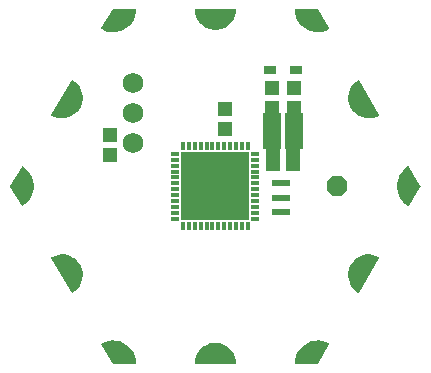
<source format=gbr>
G04 EAGLE Gerber RS-274X export*
G75*
%MOMM*%
%FSLAX34Y34*%
%LPD*%
%INSoldermask Bottom*%
%IPPOS*%
%AMOC8*
5,1,8,0,0,1.08239X$1,22.5*%
G01*
%ADD10R,1.503200X1.703200*%
%ADD11R,1.303200X1.203200*%
%ADD12P,1.869504X8X22.500000*%
%ADD13C,1.727200*%
%ADD14C,1.203200*%
%ADD15R,0.753200X0.457200*%
%ADD16R,0.457200X0.753200*%
%ADD17R,5.803200X5.803200*%
%ADD18R,1.603197X0.603200*%
%ADD19R,1.003200X0.703200*%

G36*
X839354Y395607D02*
X839354Y395607D01*
X839383Y395604D01*
X839450Y395626D01*
X839520Y395640D01*
X839544Y395657D01*
X839572Y395666D01*
X839625Y395713D01*
X839684Y395753D01*
X839700Y395777D01*
X839722Y395797D01*
X839753Y395861D01*
X839791Y395920D01*
X839796Y395949D01*
X839808Y395975D01*
X839817Y396075D01*
X839824Y396117D01*
X839821Y396127D01*
X839823Y396141D01*
X839591Y398939D01*
X839581Y398973D01*
X839577Y399021D01*
X838888Y401742D01*
X838873Y401774D01*
X838861Y401820D01*
X837733Y404392D01*
X837713Y404420D01*
X837694Y404464D01*
X836158Y406815D01*
X836134Y406839D01*
X836108Y406880D01*
X834206Y408945D01*
X834178Y408966D01*
X834145Y409001D01*
X831930Y410726D01*
X831899Y410741D01*
X831861Y410771D01*
X829391Y412107D01*
X829358Y412117D01*
X829316Y412140D01*
X828130Y412548D01*
X826676Y413047D01*
X826660Y413052D01*
X826626Y413057D01*
X826580Y413072D01*
X823811Y413534D01*
X823776Y413533D01*
X823729Y413541D01*
X820921Y413541D01*
X820887Y413534D01*
X820839Y413534D01*
X818070Y413072D01*
X818037Y413060D01*
X817990Y413052D01*
X815334Y412140D01*
X815304Y412123D01*
X815259Y412107D01*
X812789Y410771D01*
X812763Y410749D01*
X812720Y410726D01*
X810505Y409001D01*
X810482Y408975D01*
X810444Y408945D01*
X808542Y406880D01*
X808524Y406850D01*
X808492Y406815D01*
X806956Y404464D01*
X806943Y404432D01*
X806917Y404392D01*
X805789Y401820D01*
X805782Y401787D01*
X805779Y401780D01*
X805773Y401771D01*
X805772Y401765D01*
X805762Y401742D01*
X805073Y399021D01*
X805071Y398986D01*
X805059Y398939D01*
X804827Y396141D01*
X804831Y396112D01*
X804826Y396083D01*
X804843Y396014D01*
X804851Y395944D01*
X804865Y395918D01*
X804872Y395890D01*
X804914Y395833D01*
X804949Y395771D01*
X804973Y395753D01*
X804990Y395730D01*
X805051Y395694D01*
X805108Y395651D01*
X805136Y395643D01*
X805161Y395628D01*
X805259Y395612D01*
X805300Y395601D01*
X805311Y395603D01*
X805325Y395601D01*
X839325Y395601D01*
X839354Y395607D01*
G37*
G36*
X823763Y678666D02*
X823763Y678666D01*
X823811Y678666D01*
X826580Y679128D01*
X826613Y679140D01*
X826660Y679148D01*
X829316Y680060D01*
X829346Y680077D01*
X829391Y680093D01*
X831861Y681429D01*
X831887Y681451D01*
X831930Y681474D01*
X834145Y683199D01*
X834168Y683225D01*
X834206Y683255D01*
X836108Y685320D01*
X836126Y685350D01*
X836158Y685385D01*
X837694Y687736D01*
X837707Y687768D01*
X837733Y687808D01*
X838861Y690380D01*
X838868Y690413D01*
X838888Y690458D01*
X839577Y693179D01*
X839579Y693214D01*
X839591Y693261D01*
X839823Y696059D01*
X839819Y696088D01*
X839824Y696117D01*
X839808Y696186D01*
X839799Y696256D01*
X839785Y696282D01*
X839778Y696310D01*
X839736Y696367D01*
X839701Y696429D01*
X839677Y696447D01*
X839660Y696470D01*
X839599Y696506D01*
X839542Y696549D01*
X839514Y696557D01*
X839489Y696572D01*
X839391Y696588D01*
X839350Y696599D01*
X839339Y696597D01*
X839325Y696599D01*
X805325Y696599D01*
X805296Y696593D01*
X805267Y696596D01*
X805200Y696574D01*
X805130Y696560D01*
X805106Y696543D01*
X805078Y696534D01*
X805025Y696487D01*
X804966Y696447D01*
X804951Y696423D01*
X804929Y696403D01*
X804897Y696339D01*
X804859Y696280D01*
X804854Y696251D01*
X804842Y696225D01*
X804833Y696125D01*
X804826Y696083D01*
X804829Y696073D01*
X804827Y696059D01*
X805059Y693261D01*
X805069Y693227D01*
X805073Y693179D01*
X805762Y690458D01*
X805777Y690426D01*
X805789Y690380D01*
X806917Y687808D01*
X806937Y687780D01*
X806956Y687736D01*
X808492Y685385D01*
X808516Y685361D01*
X808542Y685320D01*
X810444Y683255D01*
X810472Y683234D01*
X810505Y683199D01*
X812720Y681474D01*
X812751Y681459D01*
X812789Y681429D01*
X815259Y680093D01*
X815292Y680083D01*
X815334Y680060D01*
X817990Y679148D01*
X818024Y679144D01*
X818070Y679128D01*
X820839Y678666D01*
X820874Y678667D01*
X820921Y678659D01*
X823729Y678659D01*
X823763Y678666D01*
G37*
G36*
X700932Y455910D02*
X700932Y455910D01*
X701003Y455907D01*
X701030Y455917D01*
X701059Y455919D01*
X701149Y455961D01*
X701189Y455976D01*
X701197Y455984D01*
X701210Y455990D01*
X703513Y457589D01*
X703537Y457615D01*
X703577Y457642D01*
X705586Y459599D01*
X705605Y459628D01*
X705640Y459661D01*
X707299Y461922D01*
X707314Y461953D01*
X707343Y461992D01*
X708607Y464495D01*
X708616Y464529D01*
X708638Y464572D01*
X709474Y467249D01*
X709477Y467283D01*
X709492Y467329D01*
X709875Y470108D01*
X709873Y470142D01*
X709879Y470190D01*
X709800Y472993D01*
X709792Y473027D01*
X709791Y473075D01*
X709252Y475827D01*
X709238Y475859D01*
X709229Y475907D01*
X708244Y478532D01*
X708229Y478557D01*
X708224Y478577D01*
X708216Y478588D01*
X708209Y478607D01*
X706805Y481035D01*
X706782Y481061D01*
X706758Y481103D01*
X704974Y483266D01*
X704947Y483288D01*
X704916Y483325D01*
X702800Y485166D01*
X702770Y485183D01*
X702734Y485215D01*
X700343Y486682D01*
X700311Y486693D01*
X700270Y486719D01*
X697671Y487772D01*
X697637Y487779D01*
X697592Y487797D01*
X694855Y488408D01*
X694820Y488409D01*
X694773Y488420D01*
X691973Y488572D01*
X691939Y488567D01*
X691891Y488570D01*
X689103Y488260D01*
X689070Y488249D01*
X689022Y488244D01*
X686324Y487479D01*
X686294Y487463D01*
X686247Y487450D01*
X683712Y486251D01*
X683688Y486234D01*
X683661Y486224D01*
X683609Y486175D01*
X683552Y486132D01*
X683538Y486107D01*
X683517Y486087D01*
X683488Y486022D01*
X683452Y485961D01*
X683449Y485932D01*
X683437Y485905D01*
X683436Y485834D01*
X683427Y485763D01*
X683435Y485735D01*
X683435Y485706D01*
X683469Y485613D01*
X683481Y485572D01*
X683488Y485563D01*
X683493Y485550D01*
X700493Y456150D01*
X700512Y456128D01*
X700525Y456102D01*
X700578Y456054D01*
X700625Y456001D01*
X700651Y455989D01*
X700673Y455969D01*
X700740Y455946D01*
X700804Y455916D01*
X700833Y455914D01*
X700861Y455905D01*
X700932Y455910D01*
G37*
G36*
X952711Y603633D02*
X952711Y603633D01*
X952759Y603630D01*
X955547Y603940D01*
X955580Y603951D01*
X955628Y603956D01*
X958326Y604721D01*
X958356Y604737D01*
X958403Y604750D01*
X960938Y605949D01*
X960962Y605966D01*
X960989Y605976D01*
X961041Y606025D01*
X961098Y606068D01*
X961112Y606093D01*
X961134Y606113D01*
X961162Y606178D01*
X961198Y606240D01*
X961201Y606268D01*
X961213Y606295D01*
X961214Y606366D01*
X961223Y606437D01*
X961215Y606465D01*
X961215Y606494D01*
X961181Y606587D01*
X961169Y606628D01*
X961162Y606637D01*
X961157Y606650D01*
X944157Y636050D01*
X944138Y636072D01*
X944125Y636098D01*
X944072Y636146D01*
X944025Y636199D01*
X943999Y636211D01*
X943977Y636231D01*
X943910Y636254D01*
X943846Y636284D01*
X943817Y636286D01*
X943789Y636295D01*
X943718Y636290D01*
X943647Y636293D01*
X943620Y636283D01*
X943591Y636281D01*
X943501Y636239D01*
X943461Y636224D01*
X943453Y636216D01*
X943440Y636210D01*
X941137Y634611D01*
X941113Y634586D01*
X941073Y634558D01*
X939064Y632601D01*
X939045Y632572D01*
X939010Y632539D01*
X937351Y630278D01*
X937336Y630247D01*
X937307Y630208D01*
X936043Y627705D01*
X936034Y627671D01*
X936012Y627628D01*
X935176Y624951D01*
X935173Y624917D01*
X935158Y624871D01*
X934775Y622092D01*
X934777Y622058D01*
X934771Y622010D01*
X934850Y619207D01*
X934858Y619173D01*
X934859Y619125D01*
X935398Y616373D01*
X935412Y616341D01*
X935421Y616293D01*
X936406Y613668D01*
X936424Y613638D01*
X936441Y613593D01*
X937845Y611165D01*
X937868Y611139D01*
X937892Y611098D01*
X939676Y608934D01*
X939703Y608912D01*
X939734Y608875D01*
X941850Y607034D01*
X941880Y607017D01*
X941916Y606986D01*
X944307Y605518D01*
X944339Y605507D01*
X944380Y605481D01*
X946979Y604428D01*
X947013Y604421D01*
X947058Y604403D01*
X949795Y603792D01*
X949830Y603791D01*
X949877Y603780D01*
X952677Y603628D01*
X952711Y603633D01*
G37*
G36*
X943751Y455911D02*
X943751Y455911D01*
X943822Y455910D01*
X943849Y455921D01*
X943878Y455925D01*
X943940Y455959D01*
X944005Y455987D01*
X944026Y456008D01*
X944051Y456022D01*
X944114Y456098D01*
X944144Y456129D01*
X944148Y456139D01*
X944157Y456150D01*
X961157Y485550D01*
X961166Y485578D01*
X961183Y485602D01*
X961198Y485671D01*
X961220Y485739D01*
X961218Y485768D01*
X961224Y485796D01*
X961211Y485866D01*
X961205Y485937D01*
X961192Y485963D01*
X961186Y485991D01*
X961146Y486050D01*
X961114Y486113D01*
X961091Y486132D01*
X961075Y486156D01*
X960993Y486213D01*
X960960Y486240D01*
X960950Y486243D01*
X960938Y486251D01*
X958403Y487450D01*
X958369Y487458D01*
X958326Y487479D01*
X955628Y488244D01*
X955593Y488246D01*
X955547Y488260D01*
X952759Y488570D01*
X952725Y488567D01*
X952677Y488572D01*
X949877Y488420D01*
X949843Y488411D01*
X949795Y488408D01*
X947058Y487797D01*
X947026Y487783D01*
X946979Y487772D01*
X944380Y486719D01*
X944351Y486700D01*
X944307Y486682D01*
X941916Y485215D01*
X941891Y485191D01*
X941850Y485166D01*
X939734Y483325D01*
X939713Y483298D01*
X939676Y483266D01*
X937892Y481103D01*
X937876Y481072D01*
X937845Y481035D01*
X936441Y478607D01*
X936430Y478574D01*
X936423Y478561D01*
X936413Y478547D01*
X936413Y478544D01*
X936406Y478532D01*
X935421Y475907D01*
X935415Y475872D01*
X935398Y475827D01*
X934859Y473075D01*
X934859Y473041D01*
X934850Y472993D01*
X934771Y470190D01*
X934777Y470156D01*
X934775Y470108D01*
X935158Y467329D01*
X935170Y467297D01*
X935176Y467249D01*
X936012Y464572D01*
X936029Y464541D01*
X936043Y464495D01*
X937307Y461992D01*
X937329Y461965D01*
X937351Y461922D01*
X939010Y459661D01*
X939036Y459638D01*
X939064Y459599D01*
X941073Y457642D01*
X941102Y457623D01*
X941137Y457589D01*
X943440Y455990D01*
X943467Y455978D01*
X943490Y455960D01*
X943558Y455939D01*
X943623Y455911D01*
X943652Y455911D01*
X943680Y455903D01*
X943751Y455911D01*
G37*
G36*
X694773Y603780D02*
X694773Y603780D01*
X694807Y603789D01*
X694855Y603792D01*
X697592Y604403D01*
X697624Y604417D01*
X697671Y604428D01*
X700270Y605481D01*
X700299Y605500D01*
X700343Y605518D01*
X702734Y606986D01*
X702759Y607009D01*
X702800Y607034D01*
X704916Y608875D01*
X704937Y608902D01*
X704974Y608934D01*
X706758Y611098D01*
X706774Y611128D01*
X706805Y611165D01*
X708209Y613593D01*
X708220Y613626D01*
X708244Y613668D01*
X709229Y616293D01*
X709235Y616328D01*
X709252Y616373D01*
X709791Y619125D01*
X709791Y619160D01*
X709800Y619207D01*
X709879Y622010D01*
X709874Y622044D01*
X709875Y622092D01*
X709492Y624871D01*
X709480Y624903D01*
X709474Y624951D01*
X708638Y627628D01*
X708621Y627659D01*
X708607Y627705D01*
X707343Y630208D01*
X707321Y630235D01*
X707299Y630278D01*
X705640Y632539D01*
X705614Y632562D01*
X705586Y632601D01*
X703577Y634558D01*
X703548Y634577D01*
X703513Y634611D01*
X701210Y636210D01*
X701183Y636222D01*
X701160Y636240D01*
X701092Y636261D01*
X701027Y636289D01*
X700998Y636289D01*
X700970Y636297D01*
X700899Y636289D01*
X700828Y636290D01*
X700801Y636279D01*
X700772Y636275D01*
X700710Y636241D01*
X700645Y636213D01*
X700624Y636192D01*
X700599Y636178D01*
X700536Y636102D01*
X700506Y636071D01*
X700502Y636061D01*
X700493Y636050D01*
X683493Y606650D01*
X683484Y606622D01*
X683467Y606598D01*
X683452Y606529D01*
X683430Y606461D01*
X683432Y606432D01*
X683426Y606404D01*
X683439Y606334D01*
X683445Y606263D01*
X683458Y606237D01*
X683464Y606209D01*
X683504Y606150D01*
X683536Y606087D01*
X683559Y606068D01*
X683575Y606044D01*
X683657Y605987D01*
X683690Y605960D01*
X683700Y605957D01*
X683712Y605949D01*
X686247Y604750D01*
X686281Y604742D01*
X686324Y604721D01*
X689022Y603956D01*
X689057Y603954D01*
X689103Y603940D01*
X691891Y603630D01*
X691925Y603633D01*
X691973Y603628D01*
X694773Y603780D01*
G37*
G36*
X986052Y529111D02*
X986052Y529111D01*
X986123Y529111D01*
X986150Y529122D01*
X986179Y529125D01*
X986241Y529160D01*
X986306Y529188D01*
X986327Y529208D01*
X986352Y529223D01*
X986415Y529300D01*
X986445Y529330D01*
X986449Y529340D01*
X986458Y529351D01*
X995958Y545851D01*
X995968Y545883D01*
X995977Y545896D01*
X995981Y545920D01*
X995982Y545924D01*
X996013Y545994D01*
X996013Y546018D01*
X996021Y546040D01*
X996015Y546116D01*
X996016Y546193D01*
X996006Y546217D01*
X996005Y546238D01*
X995984Y546277D01*
X995958Y546349D01*
X986458Y562849D01*
X986439Y562871D01*
X986426Y562897D01*
X986373Y562945D01*
X986326Y562998D01*
X986300Y563011D01*
X986279Y563030D01*
X986211Y563053D01*
X986147Y563084D01*
X986118Y563086D01*
X986091Y563095D01*
X986019Y563090D01*
X985948Y563093D01*
X985921Y563083D01*
X985892Y563081D01*
X985802Y563039D01*
X985762Y563024D01*
X985754Y563017D01*
X985741Y563011D01*
X983218Y561269D01*
X983194Y561245D01*
X983156Y561218D01*
X980944Y559094D01*
X980925Y559066D01*
X980891Y559034D01*
X979049Y556583D01*
X979035Y556552D01*
X979006Y556515D01*
X977581Y553800D01*
X977572Y553769D01*
X977556Y553744D01*
X977555Y553736D01*
X977550Y553726D01*
X976579Y550818D01*
X976575Y550784D01*
X976560Y550740D01*
X976068Y547713D01*
X976069Y547679D01*
X976061Y547633D01*
X976061Y544567D01*
X976062Y544563D01*
X976062Y544561D01*
X976068Y544534D01*
X976068Y544487D01*
X976560Y541460D01*
X976572Y541429D01*
X976579Y541382D01*
X977550Y538474D01*
X977567Y538445D01*
X977581Y538400D01*
X979006Y535685D01*
X979028Y535659D01*
X979049Y535617D01*
X980891Y533166D01*
X980916Y533143D01*
X980944Y533106D01*
X983156Y530982D01*
X983184Y530964D01*
X983218Y530931D01*
X985741Y529189D01*
X985768Y529178D01*
X985790Y529159D01*
X985859Y529139D01*
X985924Y529111D01*
X985953Y529111D01*
X985981Y529103D01*
X986052Y529111D01*
G37*
G36*
X658631Y529110D02*
X658631Y529110D01*
X658702Y529107D01*
X658729Y529117D01*
X658758Y529119D01*
X658848Y529161D01*
X658888Y529176D01*
X658896Y529183D01*
X658909Y529189D01*
X661432Y530931D01*
X661456Y530955D01*
X661494Y530982D01*
X663706Y533106D01*
X663725Y533134D01*
X663759Y533166D01*
X665601Y535617D01*
X665615Y535648D01*
X665644Y535685D01*
X667069Y538400D01*
X667078Y538433D01*
X667100Y538474D01*
X668071Y541382D01*
X668075Y541416D01*
X668090Y541460D01*
X668582Y544487D01*
X668581Y544521D01*
X668589Y544567D01*
X668589Y547633D01*
X668582Y547666D01*
X668582Y547713D01*
X668090Y550740D01*
X668078Y550771D01*
X668071Y550818D01*
X667100Y553726D01*
X667087Y553749D01*
X667081Y553774D01*
X667074Y553783D01*
X667069Y553800D01*
X665644Y556515D01*
X665622Y556541D01*
X665601Y556583D01*
X663759Y559034D01*
X663734Y559057D01*
X663706Y559094D01*
X661494Y561218D01*
X661466Y561236D01*
X661432Y561269D01*
X658909Y563011D01*
X658882Y563022D01*
X658860Y563041D01*
X658791Y563061D01*
X658726Y563089D01*
X658697Y563089D01*
X658669Y563097D01*
X658598Y563089D01*
X658527Y563090D01*
X658500Y563078D01*
X658471Y563075D01*
X658409Y563040D01*
X658344Y563012D01*
X658323Y562992D01*
X658298Y562977D01*
X658235Y562900D01*
X658205Y562870D01*
X658201Y562860D01*
X658192Y562849D01*
X648692Y546349D01*
X648668Y546276D01*
X648637Y546206D01*
X648637Y546182D01*
X648629Y546160D01*
X648636Y546084D01*
X648635Y546007D01*
X648644Y545983D01*
X648645Y545962D01*
X648666Y545923D01*
X648685Y545871D01*
X648686Y545865D01*
X648688Y545863D01*
X648692Y545851D01*
X658192Y529351D01*
X658211Y529329D01*
X658224Y529303D01*
X658277Y529255D01*
X658324Y529202D01*
X658350Y529189D01*
X658372Y529170D01*
X658439Y529147D01*
X658503Y529116D01*
X658532Y529115D01*
X658559Y529105D01*
X658631Y529110D01*
G37*
G36*
X909001Y395616D02*
X909001Y395616D01*
X909079Y395625D01*
X909098Y395636D01*
X909120Y395640D01*
X909184Y395684D01*
X909252Y395723D01*
X909268Y395742D01*
X909284Y395753D01*
X909308Y395791D01*
X909358Y395851D01*
X918858Y412351D01*
X918867Y412378D01*
X918883Y412402D01*
X918898Y412472D01*
X918921Y412540D01*
X918918Y412568D01*
X918924Y412596D01*
X918911Y412667D01*
X918905Y412738D01*
X918892Y412763D01*
X918886Y412791D01*
X918846Y412851D01*
X918813Y412914D01*
X918791Y412932D01*
X918775Y412956D01*
X918692Y413014D01*
X918660Y413041D01*
X918649Y413044D01*
X918639Y413051D01*
X915873Y414360D01*
X915840Y414368D01*
X915797Y414388D01*
X912857Y415236D01*
X912823Y415239D01*
X912779Y415252D01*
X909741Y415617D01*
X909707Y415614D01*
X909660Y415620D01*
X906603Y415493D01*
X906570Y415485D01*
X906523Y415484D01*
X903526Y414868D01*
X903495Y414855D01*
X903449Y414846D01*
X900589Y413757D01*
X900561Y413739D01*
X900517Y413723D01*
X897869Y412189D01*
X897843Y412167D01*
X897803Y412144D01*
X895435Y410206D01*
X895413Y410179D01*
X895377Y410150D01*
X893350Y407857D01*
X893334Y407828D01*
X893302Y407793D01*
X891670Y405205D01*
X891658Y405173D01*
X891633Y405134D01*
X890437Y402317D01*
X890430Y402284D01*
X890427Y402277D01*
X890423Y402271D01*
X890422Y402265D01*
X890411Y402241D01*
X889683Y399269D01*
X889681Y399235D01*
X889670Y399190D01*
X889427Y396140D01*
X889431Y396111D01*
X889426Y396083D01*
X889443Y396014D01*
X889451Y395942D01*
X889466Y395918D01*
X889472Y395890D01*
X889515Y395832D01*
X889551Y395770D01*
X889573Y395753D01*
X889590Y395730D01*
X889652Y395693D01*
X889709Y395650D01*
X889737Y395643D01*
X889761Y395628D01*
X889861Y395612D01*
X889902Y395601D01*
X889912Y395603D01*
X889925Y395601D01*
X908925Y395601D01*
X909001Y395616D01*
G37*
G36*
X909694Y676585D02*
X909694Y676585D01*
X909741Y676583D01*
X912779Y676948D01*
X912811Y676959D01*
X912857Y676964D01*
X915797Y677812D01*
X915827Y677828D01*
X915873Y677840D01*
X918639Y679149D01*
X918661Y679166D01*
X918688Y679176D01*
X918740Y679225D01*
X918798Y679268D01*
X918812Y679293D01*
X918833Y679312D01*
X918862Y679378D01*
X918898Y679440D01*
X918901Y679468D01*
X918913Y679494D01*
X918914Y679566D01*
X918923Y679637D01*
X918915Y679664D01*
X918916Y679693D01*
X918880Y679788D01*
X918869Y679828D01*
X918862Y679837D01*
X918858Y679849D01*
X909358Y696349D01*
X909306Y696408D01*
X909260Y696470D01*
X909241Y696481D01*
X909226Y696498D01*
X909156Y696532D01*
X909089Y696572D01*
X909065Y696576D01*
X909047Y696584D01*
X909002Y696586D01*
X908925Y696599D01*
X889925Y696599D01*
X889897Y696594D01*
X889869Y696596D01*
X889801Y696574D01*
X889730Y696560D01*
X889707Y696544D01*
X889680Y696535D01*
X889625Y696488D01*
X889566Y696447D01*
X889551Y696423D01*
X889530Y696405D01*
X889498Y696340D01*
X889459Y696280D01*
X889454Y696252D01*
X889442Y696226D01*
X889433Y696125D01*
X889426Y696083D01*
X889428Y696073D01*
X889427Y696060D01*
X889670Y693010D01*
X889679Y692978D01*
X889683Y692931D01*
X890411Y689959D01*
X890426Y689928D01*
X890437Y689883D01*
X891633Y687066D01*
X891652Y687038D01*
X891670Y686995D01*
X893302Y684407D01*
X893326Y684383D01*
X893350Y684343D01*
X895377Y682050D01*
X895404Y682030D01*
X895435Y681994D01*
X897803Y680056D01*
X897833Y680040D01*
X897869Y680011D01*
X900517Y678478D01*
X900549Y678467D01*
X900589Y678443D01*
X903449Y677355D01*
X903482Y677349D01*
X903526Y677332D01*
X906523Y676716D01*
X906557Y676716D01*
X906603Y676707D01*
X909660Y676580D01*
X909694Y676585D01*
G37*
G36*
X754753Y395606D02*
X754753Y395606D01*
X754781Y395604D01*
X754849Y395626D01*
X754920Y395640D01*
X754943Y395656D01*
X754970Y395665D01*
X755025Y395712D01*
X755084Y395753D01*
X755099Y395777D01*
X755121Y395795D01*
X755152Y395860D01*
X755191Y395920D01*
X755196Y395948D01*
X755208Y395974D01*
X755217Y396075D01*
X755224Y396117D01*
X755222Y396127D01*
X755223Y396140D01*
X754980Y399190D01*
X754971Y399222D01*
X754967Y399269D01*
X754239Y402241D01*
X754224Y402272D01*
X754213Y402317D01*
X753017Y405134D01*
X752998Y405162D01*
X752980Y405205D01*
X751348Y407793D01*
X751324Y407817D01*
X751300Y407857D01*
X749273Y410150D01*
X749246Y410170D01*
X749215Y410206D01*
X746848Y412144D01*
X746817Y412160D01*
X746781Y412189D01*
X744133Y413723D01*
X744101Y413733D01*
X744061Y413757D01*
X741201Y414846D01*
X741168Y414851D01*
X741124Y414868D01*
X738127Y415484D01*
X738093Y415484D01*
X738047Y415493D01*
X734990Y415620D01*
X734956Y415615D01*
X734909Y415617D01*
X731871Y415252D01*
X731839Y415241D01*
X731793Y415236D01*
X728853Y414388D01*
X728823Y414372D01*
X728778Y414360D01*
X726012Y413051D01*
X725989Y413034D01*
X725962Y413024D01*
X725910Y412975D01*
X725852Y412932D01*
X725838Y412907D01*
X725817Y412888D01*
X725788Y412822D01*
X725752Y412760D01*
X725749Y412732D01*
X725737Y412706D01*
X725736Y412634D01*
X725727Y412563D01*
X725735Y412536D01*
X725735Y412507D01*
X725770Y412412D01*
X725781Y412372D01*
X725788Y412363D01*
X725792Y412351D01*
X735292Y395851D01*
X735344Y395793D01*
X735390Y395730D01*
X735409Y395719D01*
X735424Y395702D01*
X735494Y395668D01*
X735561Y395628D01*
X735586Y395624D01*
X735603Y395616D01*
X735648Y395614D01*
X735725Y395601D01*
X754725Y395601D01*
X754753Y395606D01*
G37*
G36*
X738047Y676707D02*
X738047Y676707D01*
X738080Y676715D01*
X738127Y676716D01*
X741124Y677332D01*
X741155Y677345D01*
X741201Y677355D01*
X744061Y678443D01*
X744090Y678461D01*
X744133Y678478D01*
X746781Y680011D01*
X746807Y680033D01*
X746848Y680056D01*
X749215Y681994D01*
X749237Y682021D01*
X749273Y682050D01*
X751300Y684343D01*
X751317Y684372D01*
X751348Y684407D01*
X752980Y686995D01*
X752992Y687027D01*
X753017Y687066D01*
X754213Y689883D01*
X754220Y689916D01*
X754239Y689959D01*
X754967Y692931D01*
X754969Y692965D01*
X754980Y693010D01*
X755223Y696060D01*
X755219Y696089D01*
X755224Y696117D01*
X755207Y696186D01*
X755199Y696258D01*
X755185Y696282D01*
X755178Y696310D01*
X755135Y696368D01*
X755100Y696430D01*
X755077Y696447D01*
X755060Y696470D01*
X754998Y696507D01*
X754941Y696550D01*
X754913Y696557D01*
X754889Y696572D01*
X754789Y696588D01*
X754748Y696599D01*
X754738Y696597D01*
X754725Y696599D01*
X735725Y696599D01*
X735649Y696584D01*
X735571Y696575D01*
X735552Y696564D01*
X735530Y696560D01*
X735466Y696516D01*
X735398Y696477D01*
X735382Y696458D01*
X735366Y696447D01*
X735342Y696409D01*
X735292Y696349D01*
X725792Y679849D01*
X725783Y679822D01*
X725767Y679798D01*
X725752Y679728D01*
X725729Y679660D01*
X725732Y679632D01*
X725726Y679604D01*
X725740Y679534D01*
X725745Y679462D01*
X725758Y679437D01*
X725764Y679409D01*
X725804Y679349D01*
X725837Y679286D01*
X725859Y679268D01*
X725875Y679244D01*
X725958Y679186D01*
X725990Y679159D01*
X726001Y679156D01*
X726012Y679149D01*
X728778Y677840D01*
X728811Y677832D01*
X728853Y677812D01*
X731793Y676964D01*
X731827Y676961D01*
X731871Y676948D01*
X734909Y676583D01*
X734943Y676586D01*
X734990Y676580D01*
X738047Y676707D01*
G37*
D10*
X869975Y585788D03*
X888975Y585788D03*
D11*
X870975Y574675D03*
X887975Y574675D03*
X870975Y565150D03*
X887975Y565150D03*
D10*
X869975Y600075D03*
X888975Y600075D03*
D11*
X869950Y612213D03*
X869950Y629213D03*
D12*
X925513Y546100D03*
D13*
X752475Y633413D03*
X752475Y608013D03*
X752475Y582613D03*
D14*
X904925Y689200D03*
X987525Y546100D03*
X904925Y403000D03*
X739725Y403000D03*
X657125Y546100D03*
X739725Y689200D03*
X946225Y617600D03*
X946225Y474600D03*
X822325Y403000D03*
X698425Y474600D03*
X698425Y617600D03*
X822325Y689200D03*
D11*
X830263Y594750D03*
X830263Y611750D03*
X889000Y629213D03*
X889000Y612213D03*
X733425Y572525D03*
X733425Y589525D03*
D15*
X856125Y573607D03*
X856125Y568606D03*
X856125Y563604D03*
X856125Y558603D03*
X856125Y553602D03*
X856125Y548601D03*
X856125Y543599D03*
X856125Y538598D03*
X856125Y533597D03*
X856125Y528596D03*
X856125Y523594D03*
X856125Y518593D03*
D16*
X849832Y512300D03*
X844831Y512300D03*
X839829Y512300D03*
X834828Y512300D03*
X829827Y512300D03*
X824826Y512300D03*
X819824Y512300D03*
X814823Y512300D03*
X809822Y512300D03*
X804821Y512300D03*
X799819Y512300D03*
X794818Y512300D03*
D15*
X788525Y518593D03*
X788525Y523594D03*
X788525Y528596D03*
X788525Y533597D03*
X788525Y538598D03*
X788525Y543599D03*
X788525Y548601D03*
X788525Y553602D03*
X788525Y558603D03*
X788525Y563604D03*
X788525Y568606D03*
X788525Y573607D03*
D16*
X794818Y579900D03*
X799819Y579900D03*
X804821Y579900D03*
X809822Y579900D03*
X814823Y579900D03*
X819824Y579900D03*
X824826Y579900D03*
X829827Y579900D03*
X834828Y579900D03*
X839829Y579900D03*
X844831Y579900D03*
X849832Y579900D03*
D17*
X822325Y546100D03*
D18*
X877888Y524575D03*
X877888Y536575D03*
X877888Y548575D03*
D19*
X890475Y644525D03*
X868475Y644525D03*
M02*

</source>
